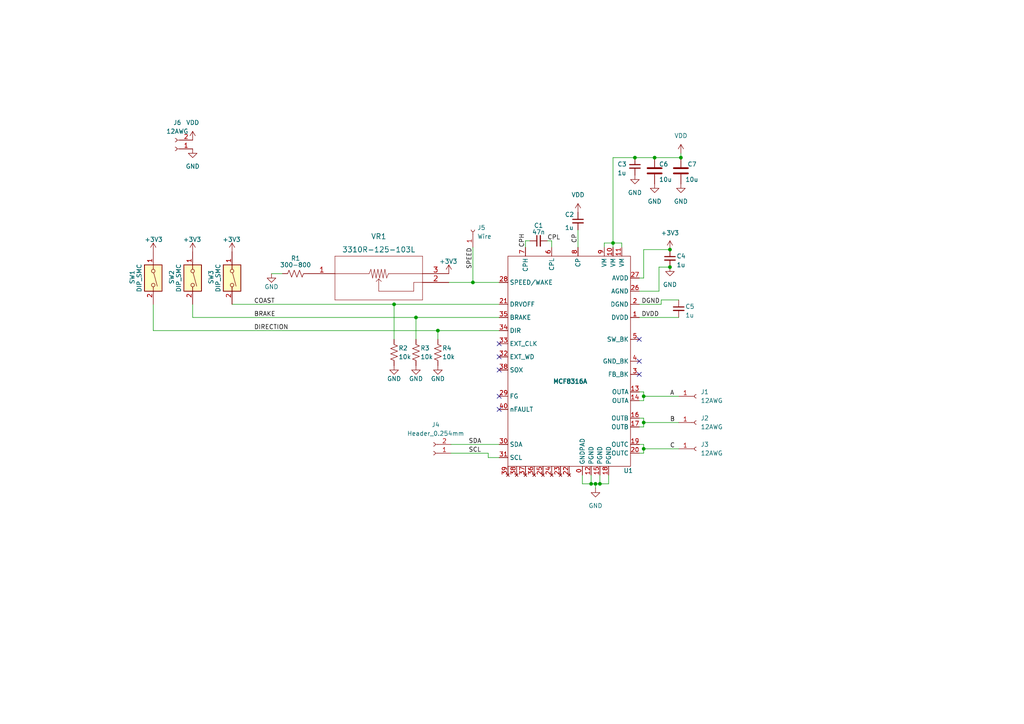
<source format=kicad_sch>
(kicad_sch (version 20211123) (generator eeschema)
  (paper "A4")
  (title_block (title "MCF8316 Board") (date "2022-02-05") (rev "0") (company "Darius Fieschko"))
  (lib_symbols
    (symbol "2022-02-04_23-49-29:3310R-125-103L" (pin_names (offset 0.254) hide)
      (property "Reference" "U" (at 20.32 10.16 0))
      (property "Value" "3310R-125-103L" (at 20.32 7.62 0))
      (symbol "3310R-125-103L_1_1"
        (polyline (pts (xy 7.62 -7.62) (xy 33.02 -7.62)) (stroke (width 0.127)))
        (polyline (pts (xy 7.62 0) (xy 17.526 0)) (stroke (width 0.127)))
        (polyline (pts (xy 7.62 5.08) (xy 7.62 -7.62)) (stroke (width 0.127)))
        (polyline (pts (xy 17.526 0) (xy 18.034 1.27)) (stroke (width 0.127)))
        (polyline (pts (xy 18.034 1.27) (xy 18.542 -1.27)) (stroke (width 0.127)))
        (polyline (pts (xy 18.542 -1.27) (xy 19.05 1.27)) (stroke (width 0.127)))
        (polyline (pts (xy 19.05 1.27) (xy 19.558 -1.27)) (stroke (width 0.127)))
        (polyline (pts (xy 19.558 -1.27) (xy 20.066 1.27)) (stroke (width 0.127)))
        (polyline (pts (xy 20.066 1.27) (xy 20.574 -1.27)) (stroke (width 0.127)))
        (polyline (pts (xy 20.32 -5.08) (xy 30.48 -5.08)) (stroke (width 0.127)))
        (polyline (pts (xy 20.32 -1.524) (xy 19.558 -2.286)) (stroke (width 0.127)))
        (polyline (pts (xy 20.32 -1.524) (xy 20.32 -5.08)) (stroke (width 0.127)))
        (polyline (pts (xy 20.32 -1.524) (xy 21.082 -2.286)) (stroke (width 0.127)))
        (polyline (pts (xy 20.574 -1.27) (xy 21.082 1.27)) (stroke (width 0.127)))
        (polyline (pts (xy 21.082 1.27) (xy 21.59 -1.27)) (stroke (width 0.127)))
        (polyline (pts (xy 21.59 -1.27) (xy 22.098 1.27)) (stroke (width 0.127)))
        (polyline (pts (xy 22.098 1.27) (xy 22.606 -1.27)) (stroke (width 0.127)))
        (polyline (pts (xy 22.606 -1.27) (xy 23.114 0)) (stroke (width 0.127)))
        (polyline (pts (xy 23.114 0) (xy 33.02 0)) (stroke (width 0.127)))
        (polyline (pts (xy 30.48 -2.54) (xy 30.48 -5.08)) (stroke (width 0.127)))
        (polyline (pts (xy 30.48 -2.54) (xy 33.02 -2.54)) (stroke (width 0.127)))
        (polyline (pts (xy 33.02 -7.62) (xy 33.02 5.08)) (stroke (width 0.127)))
        (polyline (pts (xy 33.02 5.08) (xy 7.62 5.08)) (stroke (width 0.127)))
        (pin unspecified line (at 0 0 0) (length 7.62) (name "1") (number "1"))
        (pin unspecified line (at 40.64 -2.54 180) (length 7.62) (name "2") (number "2"))
        (pin unspecified line (at 40.64 0 180) (length 7.62) (name "3") (number "3"))
      )
    )
    (symbol "Connector:Conn_01x01_Female" (pin_names (offset 1.016) hide)
      (property "Reference" "J" (at 0 2.54 0))
      (property "Value" "Conn_01x01_Female" (at 0 -2.54 0))
      (symbol "Conn_01x01_Female_1_1"
        (polyline (pts (xy -1.27 0) (xy -0.508 0)) (stroke (width 0.1524)))
        (arc (start 0 0.508) (mid -0.508 0) (end 0 -0.508) (stroke (width 0.1524)))
        (pin passive line (at -5.08 0 0) (length 3.81) (name "Pin_1") (number "1"))
      )
    )
    (symbol "Connector:Conn_01x02_Female" (pin_names (offset 1.016) hide)
      (property "Reference" "J" (at 0 2.54 0))
      (property "Value" "Conn_01x02_Female" (at 0 -5.08 0))
      (symbol "Conn_01x02_Female_1_1"
        (arc (start 0 -2.032) (mid -0.508 -2.54) (end 0 -3.048) (stroke (width 0.1524)))
        (polyline (pts (xy -1.27 -2.54) (xy -0.508 -2.54)) (stroke (width 0.1524)))
        (polyline (pts (xy -1.27 0) (xy -0.508 0)) (stroke (width 0.1524)))
        (arc (start 0 0.508) (mid -0.508 0) (end 0 -0.508) (stroke (width 0.1524)))
        (pin passive line (at -5.08 0 0) (length 3.81) (name "Pin_1") (number "1"))
        (pin passive line (at -5.08 -2.54 0) (length 3.81) (name "Pin_2") (number "2"))
      )
    )
    (symbol "Device:C" (pin_numbers hide) (pin_names (offset 0.254))
      (property "Reference" "C" (at 0.635 2.54 0))
      (property "Value" "C" (at 0.635 -2.54 0))
      (symbol "C_0_1"
        (polyline (pts (xy -2.032 -0.762) (xy 2.032 -0.762)) (stroke (width 0.508)))
        (polyline (pts (xy -2.032 0.762) (xy 2.032 0.762)) (stroke (width 0.508)))
      )
      (symbol "C_1_1"
        (pin passive line (at 0 3.81 270) (length 2.794) (name "~") (number "1"))
        (pin passive line (at 0 -3.81 90) (length 2.794) (name "~") (number "2"))
      )
    )
    (symbol "Device:C_Small" (pin_numbers hide) (pin_names (offset 0.254) hide)
      (property "Reference" "C" (at 0.254 1.778 0))
      (property "Value" "C_Small" (at 0.254 -2.032 0))
      (symbol "C_Small_0_1"
        (polyline (pts (xy -1.524 -0.508) (xy 1.524 -0.508)) (stroke (width 0.3302)))
        (polyline (pts (xy -1.524 0.508) (xy 1.524 0.508)) (stroke (width 0.3048)))
      )
      (symbol "C_Small_1_1"
        (pin passive line (at 0 2.54 270) (length 2.032) (name "~") (number "1"))
        (pin passive line (at 0 -2.54 90) (length 2.032) (name "~") (number "2"))
      )
    )
    (symbol "Device:R_US" (pin_numbers hide) (pin_names (offset 0))
      (property "Reference" "R" (at 2.54 0 90))
      (property "Value" "R_US" (at -2.54 0 90))
      (symbol "R_US_0_1"
        (polyline (pts (xy 0 -2.286) (xy 0 -2.54)))
        (polyline (pts (xy 0 2.286) (xy 0 2.54)))
        (polyline (pts (xy 0 -0.762) (xy 1.016 -1.143) (xy 0 -1.524) (xy -1.016 -1.905) (xy 0 -2.286)))
        (polyline (pts (xy 0 0.762) (xy 1.016 0.381) (xy 0 0) (xy -1.016 -0.381) (xy 0 -0.762)))
        (polyline (pts (xy 0 2.286) (xy 1.016 1.905) (xy 0 1.524) (xy -1.016 1.143) (xy 0 0.762)))
      )
      (symbol "R_US_1_1"
        (pin passive line (at 0 3.81 270) (length 1.27) (name "~") (number "1"))
        (pin passive line (at 0 -3.81 90) (length 1.27) (name "~") (number "2"))
      )
    )
    (symbol "Switch:SW_DIP_x01" (pin_names (offset 0) hide)
      (property "Reference" "SW" (at 0 3.81 0))
      (property "Value" "SW_DIP_x01" (at 0 -3.81 0))
      (symbol "SW_DIP_x01_0_0"
        (circle (center -2.032 0) (radius 0.508))
        (polyline (pts (xy -1.524 0.127) (xy 2.3622 1.1684)))
        (circle (center 2.032 0) (radius 0.508))
      )
      (symbol "SW_DIP_x01_0_1"
        (rectangle (start -3.81 2.54) (end 3.81 -2.54) (stroke (width 0.254)) (fill (type background)))
      )
      (symbol "SW_DIP_x01_1_1"
        (pin passive line (at -7.62 0 0) (length 5.08) (name "~") (number "1"))
        (pin passive line (at 7.62 0 180) (length 5.08) (name "~") (number "2"))
      )
    )
    (symbol "Texas_Instruments:MCF8316A"
      (property "Reference" "U" (at 0 -2.54 0))
      (property "Value" "MCF8316A" (at 0 0 0))
      (symbol "MCF8316A_0_1"
        (rectangle (start 17.78 27.94) (end -17.78 -33.02))
      )
      (symbol "MCF8316A_1_1"
        (pin power_in line (at 3.81 -35.56 90) (length 2.54) (name "GNDPAD") (number "0"))
        (pin power_in line (at 20.32 10.16 180) (length 2.54) (name "DVDD") (number "1"))
        (pin power_in line (at 12.7 30.48 270) (length 2.54) (name "VM") (number "10"))
        (pin power_in line (at 15.24 30.48 270) (length 2.54) (name "VM") (number "11"))
        (pin power_in line (at 6.35 -35.56 90) (length 2.54) (name "PGND") (number "12"))
        (pin bidirectional line (at 20.32 -11.43 180) (length 2.54) (name "OUTA") (number "13"))
        (pin bidirectional line (at 20.32 -13.97 180) (length 2.54) (name "OUTA") (number "14"))
        (pin power_in line (at 8.89 -35.56 90) (length 2.54) (name "PGND") (number "15"))
        (pin bidirectional line (at 20.32 -19.05 180) (length 2.54) (name "OUTB") (number "16"))
        (pin bidirectional line (at 20.32 -21.59 180) (length 2.54) (name "OUTB") (number "17"))
        (pin power_in line (at 11.43 -35.56 90) (length 2.54) (name "PGND") (number "18"))
        (pin bidirectional line (at 20.32 -26.67 180) (length 2.54) (name "OUTC") (number "19"))
        (pin power_out line (at 20.32 13.97 180) (length 2.54) (name "DGND") (number "2"))
        (pin bidirectional line (at 20.32 -29.21 180) (length 2.54) (name "OUTC") (number "20"))
        (pin input line (at -20.32 13.97 0) (length 2.54) (name "DRVOFF") (number "21"))
        (pin no_connect line (at 0 -35.56 90) (length 2.54) (name "") (number "22"))
        (pin no_connect line (at -2.54 -35.56 90) (length 2.54) (name "") (number "23"))
        (pin no_connect line (at -5.08 -35.56 90) (length 2.54) (name "") (number "24"))
        (pin no_connect line (at -7.62 -35.56 90) (length 2.54) (name "") (number "25"))
        (pin power_in line (at 20.32 17.78 180) (length 2.54) (name "AGND") (number "26"))
        (pin power_out line (at 20.32 21.59 180) (length 2.54) (name "AVDD") (number "27"))
        (pin input line (at -20.32 20.32 0) (length 2.54) (name "SPEED/WAKE") (number "28"))
        (pin output line (at -20.32 -12.7 0) (length 2.54) (name "FG") (number "29"))
        (pin bidirectional line (at 20.32 -6.35 180) (length 2.54) (name "FB_BK") (number "3"))
        (pin bidirectional line (at -20.32 -26.67 0) (length 2.54) (name "SDA") (number "30"))
        (pin input line (at -20.32 -30.48 0) (length 2.54) (name "SCL") (number "31"))
        (pin input line (at -20.32 -1.27 0) (length 2.54) (name "EXT_WD") (number "32"))
        (pin input line (at -20.32 2.54 0) (length 2.54) (name "EXT_CLK") (number "33"))
        (pin input line (at -20.32 6.35 0) (length 2.54) (name "DIR") (number "34"))
        (pin input line (at -20.32 10.16 0) (length 2.54) (name "BRAKE") (number "35"))
        (pin no_connect line (at -10.16 -35.56 90) (length 2.54) (name "") (number "36"))
        (pin no_connect line (at -12.7 -35.56 90) (length 2.54) (name "") (number "37"))
        (pin no_connect line (at -15.24 -35.56 90) (length 2.54) (name "") (number "38"))
        (pin output line (at -20.32 -5.08 0) (length 2.54) (name "SOX") (number "38"))
        (pin no_connect line (at -17.78 -35.56 90) (length 2.54) (name "") (number "39"))
        (pin power_in line (at 20.32 -2.54 180) (length 2.54) (name "GND_BK") (number "4"))
        (pin output line (at -20.32 -16.51 0) (length 2.54) (name "nFAULT") (number "40"))
        (pin bidirectional line (at 20.32 3.81 180) (length 2.54) (name "SW_BK") (number "5"))
        (pin bidirectional line (at -5.08 30.48 270) (length 2.54) (name "CPL") (number "6"))
        (pin bidirectional line (at -12.7 30.48 270) (length 2.54) (name "CPH") (number "7"))
        (pin bidirectional line (at 2.54 30.48 270) (length 2.54) (name "CP") (number "8"))
        (pin power_in line (at 10.16 30.48 270) (length 2.54) (name "VM") (number "9"))
      )
    )
    (symbol "power:+3V3" (power) (pin_names (offset 0))
      (property "Value" "+3V3" (at 0 3.556 0))
      (symbol "+3V3_0_1"
        (polyline (pts (xy -0.762 1.27) (xy 0 2.54)))
        (polyline (pts (xy 0 0) (xy 0 2.54)))
        (polyline (pts (xy 0 2.54) (xy 0.762 1.27)))
      )
      (symbol "+3V3_1_1"
        (pin power_in line (at 0 0 90) (length 0) hide (name "+3V3") (number "1"))
      )
    )
    (symbol "power:GND" (power) (pin_names (offset 0))
      (property "Value" "GND" (at 0 -3.81 0))
      (symbol "GND_0_1"
        (polyline (pts (xy 0 0) (xy 0 -1.27) (xy 1.27 -1.27) (xy 0 -2.54) (xy -1.27 -1.27) (xy 0 -1.27)))
      )
      (symbol "GND_1_1"
        (pin power_in line (at 0 0 270) (length 0) hide (name "GND") (number "1"))
      )
    )
    (symbol "power:VDD" (power) (pin_names (offset 0))
      (property "Value" "VDD" (at 0 3.81 0))
      (symbol "VDD_0_1"
        (polyline (pts (xy -0.762 1.27) (xy 0 2.54)))
        (polyline (pts (xy 0 0) (xy 0 2.54)))
        (polyline (pts (xy 0 2.54) (xy 0.762 1.27)))
      )
      (symbol "VDD_1_1"
        (pin power_in line (at 0 0 90) (length 0) hide (name "VDD") (number "1"))
      )
    )
  )
  (junction (at 186.69 122.555))
  (junction (at 186.69 130.175))
  (junction (at 194.31 72.39))
  (junction (at 194.31 77.47))
  (junction (at 114.3 88.265))
  (junction (at 177.8 70.485))
  (junction (at 171.45 140.335))
  (junction (at 120.65 92.075))
  (junction (at 186.69 114.935))
  (junction (at 137.16 81.915))
  (junction (at 172.72 140.335))
  (junction (at 189.865 45.72))
  (junction (at 173.99 140.335))
  (junction (at 197.485 45.72))
  (junction (at 127 95.885))
  (junction (at 184.15 45.72))
  (no_connect (at 185.42 98.425))
  (no_connect (at 185.42 108.585))
  (no_connect (at 185.42 104.775))
  (no_connect (at 144.78 99.695))
  (no_connect (at 144.78 103.505))
  (no_connect (at 144.78 114.935))
  (no_connect (at 144.78 107.315))
  (no_connect (at 144.78 118.745))
  (wire (pts (xy 167.64 66.675) (xy 167.64 71.755)))
  (wire (pts (xy 130.81 128.905) (xy 144.78 128.905)))
  (wire (pts (xy 185.42 123.825) (xy 186.69 123.825)))
  (wire (pts (xy 171.45 140.335) (xy 172.72 140.335)))
  (wire (pts (xy 177.8 70.485) (xy 177.8 71.755)))
  (wire (pts (xy 160.02 71.755) (xy 160.02 69.85)))
  (wire (pts (xy 176.53 140.335) (xy 176.53 137.795)))
  (wire (pts (xy 141.605 132.715) (xy 141.605 131.445)))
  (wire (pts (xy 168.91 140.335) (xy 171.45 140.335)))
  (wire (pts (xy 168.91 137.795) (xy 168.91 140.335)))
  (wire (pts (xy 137.16 81.915) (xy 144.78 81.915)))
  (wire (pts (xy 177.8 45.72) (xy 177.8 70.485)))
  (wire (pts (xy 55.88 92.075) (xy 120.65 92.075)))
  (wire (pts (xy 191.135 84.455) (xy 185.42 84.455)))
  (wire (pts (xy 173.99 137.795) (xy 173.99 140.335)))
  (wire (pts (xy 191.77 88.265) (xy 185.42 88.265)))
  (wire (pts (xy 172.72 140.335) (xy 173.99 140.335)))
  (wire (pts (xy 55.88 92.075) (xy 55.88 88.265)))
  (wire (pts (xy 186.69 130.175) (xy 186.69 128.905)))
  (wire (pts (xy 180.34 71.755) (xy 180.34 70.485)))
  (wire (pts (xy 114.3 88.265) (xy 144.78 88.265)))
  (wire (pts (xy 186.69 114.935) (xy 186.69 116.205)))
  (wire (pts (xy 171.45 137.795) (xy 171.45 140.335)))
  (wire (pts (xy 185.42 92.075) (xy 196.85 92.075)))
  (wire (pts (xy 186.69 122.555) (xy 186.69 121.285)))
  (wire (pts (xy 144.78 132.715) (xy 141.605 132.715)))
  (wire (pts (xy 189.865 45.72) (xy 197.485 45.72)))
  (wire (pts (xy 194.31 77.47) (xy 191.135 77.47)))
  (wire (pts (xy 173.99 140.335) (xy 176.53 140.335)))
  (wire (pts (xy 120.65 92.075) (xy 144.78 92.075)))
  (wire (pts (xy 186.69 114.935) (xy 186.69 113.665)))
  (wire (pts (xy 160.02 69.85) (xy 158.75 69.85)))
  (wire (pts (xy 191.135 77.47) (xy 191.135 84.455)))
  (wire (pts (xy 186.69 128.905) (xy 185.42 128.905)))
  (wire (pts (xy 186.69 122.555) (xy 186.69 123.825)))
  (wire (pts (xy 44.45 95.885) (xy 127 95.885)))
  (wire (pts (xy 191.77 86.995) (xy 191.77 88.265)))
  (wire (pts (xy 197.485 44.45) (xy 197.485 45.72)))
  (wire (pts (xy 186.69 121.285) (xy 185.42 121.285)))
  (wire (pts (xy 185.42 131.445) (xy 186.69 131.445)))
  (wire (pts (xy 196.85 122.555) (xy 186.69 122.555)))
  (wire (pts (xy 194.31 72.39) (xy 186.69 72.39)))
  (wire (pts (xy 130.81 131.445) (xy 141.605 131.445)))
  (wire (pts (xy 196.85 130.175) (xy 186.69 130.175)))
  (wire (pts (xy 152.4 69.85) (xy 152.4 71.755)))
  (wire (pts (xy 186.69 80.645) (xy 185.42 80.645)))
  (wire (pts (xy 184.15 45.72) (xy 189.865 45.72)))
  (wire (pts (xy 114.3 88.265) (xy 114.3 98.425)))
  (wire (pts (xy 67.31 88.265) (xy 114.3 88.265)))
  (wire (pts (xy 180.34 70.485) (xy 177.8 70.485)))
  (wire (pts (xy 186.69 113.665) (xy 185.42 113.665)))
  (wire (pts (xy 196.85 86.995) (xy 191.77 86.995)))
  (wire (pts (xy 127 95.885) (xy 144.78 95.885)))
  (wire (pts (xy 177.8 70.485) (xy 175.26 70.485)))
  (wire (pts (xy 137.16 71.755) (xy 137.16 81.915)))
  (wire (pts (xy 153.67 69.85) (xy 152.4 69.85)))
  (wire (pts (xy 44.45 95.885) (xy 44.45 88.265)))
  (wire (pts (xy 175.26 70.485) (xy 175.26 71.755)))
  (wire (pts (xy 186.69 72.39) (xy 186.69 80.645)))
  (wire (pts (xy 130.175 81.915) (xy 137.16 81.915)))
  (wire (pts (xy 172.72 141.605) (xy 172.72 140.335)))
  (wire (pts (xy 127 95.885) (xy 127 98.425)))
  (wire (pts (xy 184.15 45.72) (xy 177.8 45.72)))
  (wire (pts (xy 78.74 79.375) (xy 81.915 79.375)))
  (wire (pts (xy 196.85 114.935) (xy 186.69 114.935)))
  (wire (pts (xy 185.42 116.205) (xy 186.69 116.205)))
  (wire (pts (xy 120.65 92.075) (xy 120.65 98.425)))
  (wire (pts (xy 186.69 130.175) (xy 186.69 131.445)))
  (label "B" (at 194.31 122.555 0))
  (label "SPEED" (at 137.16 71.755 270))
  (label "DVDD" (at 186.055 92.075 0))
  (label "DGND" (at 186.055 88.265 0))
  (label "SCL" (at 135.89 131.445 0))
  (label "SDA" (at 135.89 128.905 0))
  (label "A" (at 194.31 114.935 0))
  (label "COAST" (at 73.66 88.265 0))
  (label "CPL" (at 158.75 69.85 0))
  (label "C" (at 194.31 130.175 0))
  (label "CP" (at 167.64 70.485 90))
  (label "DIRECTION" (at 73.66 95.885 0))
  (label "CPH" (at 152.4 71.755 90))
  (label "BRAKE" (at 73.66 92.075 0))
  (symbol (lib_id "power:GND") (at 172.72 141.605 0) (unit 1)
    (property "Reference" "#PWR0108" (effects hide))
    (property "Value" "GND" (at 172.72 146.685 0))
  )
  (symbol (lib_id "power:GND") (at 189.865 53.34 0) (unit 1)
    (property "Reference" "#PWR0102" (effects hide))
    (property "Value" "GND" (at 189.865 58.42 0))
  )
  (symbol (lib_id "Device:R_US") (at 114.3 102.235 0) (unit 1)
    (property "Reference" "R2" (at 115.57 100.965 0) (effects (justify left)))
    (property "Value" "10k" (at 115.57 103.505 0) (effects (justify left)))
    (property "Footprint" "Resistor_SMD:R_0805_2012Metric_Pad1.20x1.40mm_HandSolder" (effects hide))
  )
  (symbol (lib_id "power:GND") (at 127 106.045 0) (unit 1)
    (property "Reference" "#PWR0117" (effects hide))
    (property "Value" "GND" (at 127 109.855 0))
  )
  (symbol (lib_id "Device:R_US") (at 127 102.235 0) (unit 1)
    (property "Reference" "R4" (at 128.27 100.965 0) (effects (justify left)))
    (property "Value" "10k" (at 128.27 103.505 0) (effects (justify left)))
    (property "Footprint" "Resistor_SMD:R_0805_2012Metric_Pad1.20x1.40mm_HandSolder" (effects hide))
  )
  (symbol (lib_id "Device:C_Small") (at 184.15 48.26 0) (unit 1)
    (property "Reference" "C3" (at 179.07 47.625 0) (effects (justify left)))
    (property "Value" "1u" (at 179.07 50.165 0) (effects (justify left)))
    (property "Footprint" "Capacitor_SMD:C_0603_1608Metric" (effects hide))
  )
  (symbol (lib_id "power:GND") (at 55.88 43.18 0) (unit 1)
    (property "Reference" "#PWR0119" (effects hide))
    (property "Value" "GND" (at 55.88 48.26 0))
  )
  (symbol (lib_id "Switch:SW_DIP_x01") (at 44.45 80.645 270) (unit 1)
    (property "Reference" "SW1" (at 38.354 80.391 0))
    (property "Value" "DIP_SMC" (at 40.386 80.645 0))
    (property "Footprint" "footprints:SW_DS04-254-1-01BK-SMT" (effects hide))
  )
  (symbol (lib_id "Switch:SW_DIP_x01") (at 55.88 80.645 270) (unit 1)
    (property "Reference" "SW2" (at 49.784 80.391 0))
    (property "Value" "DIP_SMC" (at 51.816 80.645 0))
    (property "Footprint" "footprints:SW_DS04-254-1-01BK-SMT" (effects hide))
  )
  (symbol (lib_id "Device:R_US") (at 85.725 79.375 90) (unit 1)
    (property "Reference" "R1" (at 85.725 74.93 90))
    (property "Value" "300-800" (at 85.725 76.835 90))
    (property "Footprint" "Resistor_SMD:R_0805_2012Metric_Pad1.20x1.40mm_HandSolder" (effects hide))
  )
  (symbol (lib_id "power:+3V3") (at 44.45 73.025 0) (unit 1)
    (property "Reference" "#PWR0111" (effects hide))
    (property "Value" "+3V3" (at 41.91 69.469 0) (effects (justify left)))
  )
  (symbol (lib_id "Connector:Conn_01x01_Female") (at 201.93 114.935 0) (unit 1)
    (property "Reference" "J1" (at 203.2 113.6649 0) (effects (justify left)))
    (property "Value" "12AWG" (at 203.2 116.2049 0) (effects (justify left)))
    (property "Footprint" "Connector_Wire:SolderWire-2.5sqmm_1x01_D2.4mm_OD3.6mm" (effects hide))
  )
  (symbol (lib_id "Device:C_Small") (at 196.85 89.535 0) (unit 1)
    (property "Reference" "C5" (at 198.755 88.9 0) (effects (justify left)))
    (property "Value" "1u" (at 198.755 91.44 0) (effects (justify left)))
    (property "Footprint" "Capacitor_SMD:C_0603_1608Metric" (effects hide))
  )
  (symbol (lib_id "power:+3V3") (at 194.31 72.39 0) (unit 1)
    (property "Reference" "#PWR0105" (effects hide))
    (property "Value" "+3V3" (at 194.31 67.564 0))
  )
  (symbol (lib_id "power:GND") (at 78.74 79.375 0) (unit 1)
    (property "Reference" "#PWR0114" (effects hide))
    (property "Value" "GND" (at 78.74 83.185 0))
  )
  (symbol (lib_id "Connector:Conn_01x02_Female") (at 50.8 43.18 180) (unit 1)
    (property "Reference" "J6" (at 51.435 35.56 0))
    (property "Value" "12AWG" (at 51.435 38.1 0))
    (property "Footprint" "Connector_Wire:SolderWire-2.5sqmm_1x02_P7.2mm_D2.4mm_OD3.6mm" (effects hide))
  )
  (symbol (lib_id "power:+3V3") (at 67.31 73.025 0) (unit 1)
    (property "Reference" "#PWR0112" (effects hide))
    (property "Value" "+3V3" (at 64.516 69.469 0) (effects (justify left)))
  )
  (symbol (lib_id "power:GND") (at 114.3 106.045 0) (unit 1)
    (property "Reference" "#PWR0113" (effects hide))
    (property "Value" "GND" (at 114.3 109.855 0))
  )
  (symbol (lib_id "power:GND") (at 197.485 53.34 0) (unit 1)
    (property "Reference" "#PWR0104" (effects hide))
    (property "Value" "GND" (at 197.485 58.42 0))
  )
  (symbol (lib_id "power:VDD") (at 167.64 61.595 0) (unit 1)
    (property "Reference" "#PWR0101" (effects hide))
    (property "Value" "VDD" (at 167.64 56.515 0))
  )
  (symbol (lib_id "2022-02-04_23-49-29:3310R-125-103L") (at 89.535 79.375 0) (unit 1)
    (property "Reference" "VR1" (at 109.855 68.58 0) (effects (font (size 1.524 1.524))))
    (property "Value" "3310R-125-103L" (at 109.855 72.39 0) (effects (font (size 1.524 1.524))))
    (property "Footprint" "footprints:3310R-125-103L" (effects hide))
  )
  (symbol (lib_id "Connector:Conn_01x01_Female") (at 201.93 122.555 0) (unit 1)
    (property "Reference" "J2" (at 203.2 121.2849 0) (effects (justify left)))
    (property "Value" "12AWG" (at 203.2 123.8249 0) (effects (justify left)))
    (property "Footprint" "Connector_Wire:SolderWire-2.5sqmm_1x01_D2.4mm_OD3.6mm" (effects hide))
  )
  (symbol (lib_id "power:GND") (at 194.31 77.47 0) (unit 1)
    (property "Reference" "#PWR0107" (effects hide))
    (property "Value" "GND" (at 194.31 82.55 0))
  )
  (symbol (lib_id "power:+3V3") (at 130.175 79.375 0) (unit 1)
    (property "Reference" "#PWR0109" (effects hide))
    (property "Value" "+3V3" (at 127.381 75.819 0) (effects (justify left)))
  )
  (symbol (lib_id "Device:C_Small") (at 156.21 69.85 90) (unit 1)
    (property "Reference" "C1" (at 156.21 65.405 90))
    (property "Value" "47n" (at 156.21 67.31 90))
    (property "Footprint" "Capacitor_SMD:C_0603_1608Metric" (effects hide))
  )
  (symbol (lib_id "Device:C") (at 197.485 49.53 0) (unit 1)
    (property "Reference" "C7" (at 199.39 47.625 0) (effects (justify left)))
    (property "Value" "10u" (at 198.755 52.07 0) (effects (justify left)))
    (property "Footprint" "Capacitor_SMD:C_1206_3216Metric" (effects hide))
  )
  (symbol (lib_id "power:GND") (at 184.15 50.8 0) (unit 1)
    (property "Reference" "#PWR0103" (effects hide))
    (property "Value" "GND" (at 184.15 55.88 0))
  )
  (symbol (lib_id "power:GND") (at 120.65 106.045 0) (unit 1)
    (property "Reference" "#PWR0118" (effects hide))
    (property "Value" "GND" (at 120.65 109.855 0))
  )
  (symbol (lib_id "power:+3V3") (at 55.88 73.025 0) (unit 1)
    (property "Reference" "#PWR0110" (effects hide))
    (property "Value" "+3V3" (at 53.086 69.469 0) (effects (justify left)))
  )
  (symbol (lib_id "Connector:Conn_01x02_Female") (at 125.73 131.445 180) (unit 1)
    (property "Reference" "J4" (at 126.365 123.19 0))
    (property "Value" "Header_0.254mm" (at 126.365 125.73 0))
    (property "Footprint" "Connector_PinHeader_2.54mm:PinHeader_1x02_P2.54mm_Vertical" (effects hide))
  )
  (symbol (lib_id "power:VDD") (at 55.88 40.64 0) (unit 1)
    (property "Reference" "#PWR0120" (effects hide))
    (property "Value" "VDD" (at 55.88 35.56 0))
  )
  (symbol (lib_id "Texas_Instruments:MCF8316A") (at 165.1 102.235 0) (unit 1)
    (property "Reference" "U1" (at 180.848 136.525 0) (effects (justify left)))
    (property "Value" "MCF8316A" (at 160.274 110.617 0) (effects (font bold) (justify left)))
    (property "Footprint" "SMD:MCF8316A" (effects hide))
  )
  (symbol (lib_id "power:VDD") (at 197.485 44.45 0) (unit 1)
    (property "Reference" "#PWR0106" (effects hide))
    (property "Value" "VDD" (at 197.485 39.37 0))
  )
  (symbol (lib_id "Device:C") (at 189.865 49.53 0) (unit 1)
    (property "Reference" "C6" (at 191.135 47.625 0) (effects (justify left)))
    (property "Value" "10u" (at 191.135 52.07 0) (effects (justify left)))
    (property "Footprint" "Capacitor_SMD:C_1206_3216Metric" (effects hide))
  )
  (symbol (lib_id "Device:R_US") (at 120.65 102.235 0) (unit 1)
    (property "Reference" "R3" (at 121.92 100.965 0) (effects (justify left)))
    (property "Value" "10k" (at 121.92 103.505 0) (effects (justify left)))
    (property "Footprint" "Resistor_SMD:R_0805_2012Metric_Pad1.20x1.40mm_HandSolder" (effects hide))
  )
  (symbol (lib_id "Device:C_Small") (at 167.64 64.135 0) (unit 1)
    (property "Reference" "C2" (at 163.83 62.23 0) (effects (justify left)))
    (property "Value" "1u" (at 163.83 66.04 0) (effects (justify left)))
    (property "Footprint" "Capacitor_SMD:C_0603_1608Metric" (effects hide))
  )
  (symbol (lib_id "Device:C_Small") (at 194.31 74.93 0) (unit 1)
    (property "Reference" "C4" (at 196.215 74.295 0) (effects (justify left)))
    (property "Value" "1u" (at 196.215 76.835 0) (effects (justify left)))
    (property "Footprint" "Capacitor_SMD:C_0603_1608Metric" (effects hide))
  )
  (symbol (lib_id "Connector:Conn_01x01_Female") (at 201.93 130.175 0) (unit 1)
    (property "Reference" "J3" (at 203.2 128.9049 0) (effects (justify left)))
    (property "Value" "12AWG" (at 203.2 131.4449 0) (effects (justify left)))
    (property "Footprint" "Connector_Wire:SolderWire-2.5sqmm_1x01_D2.4mm_OD3.6mm" (effects hide))
  )
  (symbol (lib_id "Switch:SW_DIP_x01") (at 67.31 80.645 270) (unit 1)
    (property "Reference" "SW3" (at 61.214 80.391 0))
    (property "Value" "DIP_SMC" (at 63.246 80.645 0))
    (property "Footprint" "footprints:SW_DS04-254-1-01BK-SMT" (effects hide))
  )
  (symbol (lib_id "Connector:Conn_01x01_Female") (at 137.16 66.675 90) (unit 1)
    (property "Reference" "J5" (at 138.43 66.0399 90) (effects (justify right)))
    (property "Value" "Wire" (at 138.43 68.5799 90) (effects (justify right)))
    (property "Footprint" "Connector_PinHeader_2.54mm:PinHeader_1x01_P2.54mm_Vertical" (effects hide))
  )
)
</source>
